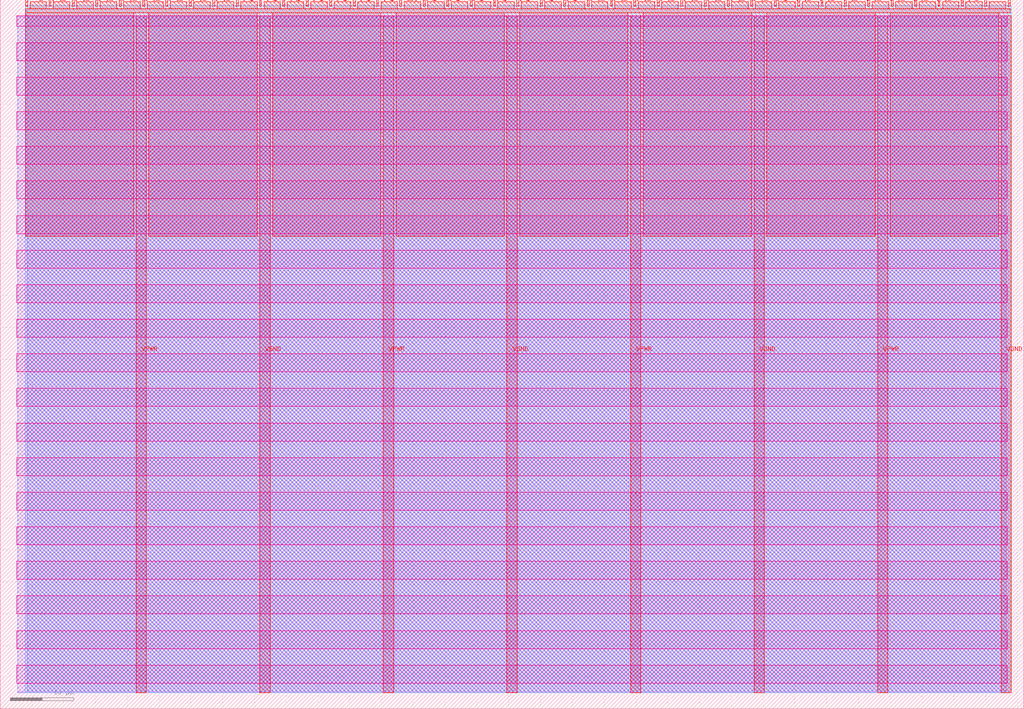
<source format=lef>
VERSION 5.7 ;
  NOWIREEXTENSIONATPIN ON ;
  DIVIDERCHAR "/" ;
  BUSBITCHARS "[]" ;
MACRO tt_um_7seg_animated
  CLASS BLOCK ;
  FOREIGN tt_um_7seg_animated ;
  ORIGIN 0.000 0.000 ;
  SIZE 161.000 BY 111.520 ;
  PIN VGND
    DIRECTION INOUT ;
    USE GROUND ;
    PORT
      LAYER met4 ;
        RECT 40.830 2.480 42.430 109.040 ;
    END
    PORT
      LAYER met4 ;
        RECT 79.700 2.480 81.300 109.040 ;
    END
    PORT
      LAYER met4 ;
        RECT 118.570 2.480 120.170 109.040 ;
    END
    PORT
      LAYER met4 ;
        RECT 157.440 2.480 159.040 109.040 ;
    END
  END VGND
  PIN VPWR
    DIRECTION INOUT ;
    USE POWER ;
    PORT
      LAYER met4 ;
        RECT 21.395 2.480 22.995 109.040 ;
    END
    PORT
      LAYER met4 ;
        RECT 60.265 2.480 61.865 109.040 ;
    END
    PORT
      LAYER met4 ;
        RECT 99.135 2.480 100.735 109.040 ;
    END
    PORT
      LAYER met4 ;
        RECT 138.005 2.480 139.605 109.040 ;
    END
  END VPWR
  PIN clk
    DIRECTION INPUT ;
    USE SIGNAL ;
    ANTENNAGATEAREA 0.852000 ;
    PORT
      LAYER met4 ;
        RECT 154.870 110.520 155.170 111.520 ;
    END
  END clk
  PIN ena
    DIRECTION INPUT ;
    USE SIGNAL ;
    ANTENNAGATEAREA 0.159000 ;
    PORT
      LAYER met4 ;
        RECT 158.550 110.520 158.850 111.520 ;
    END
  END ena
  PIN rst_n
    DIRECTION INPUT ;
    USE SIGNAL ;
    ANTENNAGATEAREA 0.196500 ;
    PORT
      LAYER met4 ;
        RECT 151.190 110.520 151.490 111.520 ;
    END
  END rst_n
  PIN ui_in[0]
    DIRECTION INPUT ;
    USE SIGNAL ;
    ANTENNAGATEAREA 0.196500 ;
    PORT
      LAYER met4 ;
        RECT 147.510 110.520 147.810 111.520 ;
    END
  END ui_in[0]
  PIN ui_in[1]
    DIRECTION INPUT ;
    USE SIGNAL ;
    ANTENNAGATEAREA 0.196500 ;
    PORT
      LAYER met4 ;
        RECT 143.830 110.520 144.130 111.520 ;
    END
  END ui_in[1]
  PIN ui_in[2]
    DIRECTION INPUT ;
    USE SIGNAL ;
    ANTENNAGATEAREA 0.196500 ;
    PORT
      LAYER met4 ;
        RECT 140.150 110.520 140.450 111.520 ;
    END
  END ui_in[2]
  PIN ui_in[3]
    DIRECTION INPUT ;
    USE SIGNAL ;
    ANTENNAGATEAREA 0.196500 ;
    PORT
      LAYER met4 ;
        RECT 136.470 110.520 136.770 111.520 ;
    END
  END ui_in[3]
  PIN ui_in[4]
    DIRECTION INPUT ;
    USE SIGNAL ;
    ANTENNAGATEAREA 0.196500 ;
    PORT
      LAYER met4 ;
        RECT 132.790 110.520 133.090 111.520 ;
    END
  END ui_in[4]
  PIN ui_in[5]
    DIRECTION INPUT ;
    USE SIGNAL ;
    ANTENNAGATEAREA 0.196500 ;
    PORT
      LAYER met4 ;
        RECT 129.110 110.520 129.410 111.520 ;
    END
  END ui_in[5]
  PIN ui_in[6]
    DIRECTION INPUT ;
    USE SIGNAL ;
    ANTENNAGATEAREA 0.196500 ;
    PORT
      LAYER met4 ;
        RECT 125.430 110.520 125.730 111.520 ;
    END
  END ui_in[6]
  PIN ui_in[7]
    DIRECTION INPUT ;
    USE SIGNAL ;
    ANTENNAGATEAREA 0.196500 ;
    PORT
      LAYER met4 ;
        RECT 121.750 110.520 122.050 111.520 ;
    END
  END ui_in[7]
  PIN uio_in[0]
    DIRECTION INPUT ;
    USE SIGNAL ;
    ANTENNAGATEAREA 0.196500 ;
    PORT
      LAYER met4 ;
        RECT 118.070 110.520 118.370 111.520 ;
    END
  END uio_in[0]
  PIN uio_in[1]
    DIRECTION INPUT ;
    USE SIGNAL ;
    ANTENNAGATEAREA 0.196500 ;
    PORT
      LAYER met4 ;
        RECT 114.390 110.520 114.690 111.520 ;
    END
  END uio_in[1]
  PIN uio_in[2]
    DIRECTION INPUT ;
    USE SIGNAL ;
    ANTENNAGATEAREA 0.196500 ;
    PORT
      LAYER met4 ;
        RECT 110.710 110.520 111.010 111.520 ;
    END
  END uio_in[2]
  PIN uio_in[3]
    DIRECTION INPUT ;
    USE SIGNAL ;
    ANTENNAGATEAREA 0.196500 ;
    PORT
      LAYER met4 ;
        RECT 107.030 110.520 107.330 111.520 ;
    END
  END uio_in[3]
  PIN uio_in[4]
    DIRECTION INPUT ;
    USE SIGNAL ;
    ANTENNAGATEAREA 0.196500 ;
    PORT
      LAYER met4 ;
        RECT 103.350 110.520 103.650 111.520 ;
    END
  END uio_in[4]
  PIN uio_in[5]
    DIRECTION INPUT ;
    USE SIGNAL ;
    ANTENNAGATEAREA 0.196500 ;
    PORT
      LAYER met4 ;
        RECT 99.670 110.520 99.970 111.520 ;
    END
  END uio_in[5]
  PIN uio_in[6]
    DIRECTION INPUT ;
    USE SIGNAL ;
    ANTENNAGATEAREA 0.196500 ;
    PORT
      LAYER met4 ;
        RECT 95.990 110.520 96.290 111.520 ;
    END
  END uio_in[6]
  PIN uio_in[7]
    DIRECTION INPUT ;
    USE SIGNAL ;
    ANTENNAGATEAREA 0.196500 ;
    PORT
      LAYER met4 ;
        RECT 92.310 110.520 92.610 111.520 ;
    END
  END uio_in[7]
  PIN uio_oe[0]
    DIRECTION OUTPUT TRISTATE ;
    USE SIGNAL ;
    PORT
      LAYER met4 ;
        RECT 29.750 110.520 30.050 111.520 ;
    END
  END uio_oe[0]
  PIN uio_oe[1]
    DIRECTION OUTPUT TRISTATE ;
    USE SIGNAL ;
    PORT
      LAYER met4 ;
        RECT 26.070 110.520 26.370 111.520 ;
    END
  END uio_oe[1]
  PIN uio_oe[2]
    DIRECTION OUTPUT TRISTATE ;
    USE SIGNAL ;
    PORT
      LAYER met4 ;
        RECT 22.390 110.520 22.690 111.520 ;
    END
  END uio_oe[2]
  PIN uio_oe[3]
    DIRECTION OUTPUT TRISTATE ;
    USE SIGNAL ;
    PORT
      LAYER met4 ;
        RECT 18.710 110.520 19.010 111.520 ;
    END
  END uio_oe[3]
  PIN uio_oe[4]
    DIRECTION OUTPUT TRISTATE ;
    USE SIGNAL ;
    PORT
      LAYER met4 ;
        RECT 15.030 110.520 15.330 111.520 ;
    END
  END uio_oe[4]
  PIN uio_oe[5]
    DIRECTION OUTPUT TRISTATE ;
    USE SIGNAL ;
    PORT
      LAYER met4 ;
        RECT 11.350 110.520 11.650 111.520 ;
    END
  END uio_oe[5]
  PIN uio_oe[6]
    DIRECTION OUTPUT TRISTATE ;
    USE SIGNAL ;
    PORT
      LAYER met4 ;
        RECT 7.670 110.520 7.970 111.520 ;
    END
  END uio_oe[6]
  PIN uio_oe[7]
    DIRECTION OUTPUT TRISTATE ;
    USE SIGNAL ;
    PORT
      LAYER met4 ;
        RECT 3.990 110.520 4.290 111.520 ;
    END
  END uio_oe[7]
  PIN uio_out[0]
    DIRECTION OUTPUT TRISTATE ;
    USE SIGNAL ;
    PORT
      LAYER met4 ;
        RECT 59.190 110.520 59.490 111.520 ;
    END
  END uio_out[0]
  PIN uio_out[1]
    DIRECTION OUTPUT TRISTATE ;
    USE SIGNAL ;
    PORT
      LAYER met4 ;
        RECT 55.510 110.520 55.810 111.520 ;
    END
  END uio_out[1]
  PIN uio_out[2]
    DIRECTION OUTPUT TRISTATE ;
    USE SIGNAL ;
    PORT
      LAYER met4 ;
        RECT 51.830 110.520 52.130 111.520 ;
    END
  END uio_out[2]
  PIN uio_out[3]
    DIRECTION OUTPUT TRISTATE ;
    USE SIGNAL ;
    PORT
      LAYER met4 ;
        RECT 48.150 110.520 48.450 111.520 ;
    END
  END uio_out[3]
  PIN uio_out[4]
    DIRECTION OUTPUT TRISTATE ;
    USE SIGNAL ;
    PORT
      LAYER met4 ;
        RECT 44.470 110.520 44.770 111.520 ;
    END
  END uio_out[4]
  PIN uio_out[5]
    DIRECTION OUTPUT TRISTATE ;
    USE SIGNAL ;
    PORT
      LAYER met4 ;
        RECT 40.790 110.520 41.090 111.520 ;
    END
  END uio_out[5]
  PIN uio_out[6]
    DIRECTION OUTPUT TRISTATE ;
    USE SIGNAL ;
    PORT
      LAYER met4 ;
        RECT 37.110 110.520 37.410 111.520 ;
    END
  END uio_out[6]
  PIN uio_out[7]
    DIRECTION OUTPUT TRISTATE ;
    USE SIGNAL ;
    PORT
      LAYER met4 ;
        RECT 33.430 110.520 33.730 111.520 ;
    END
  END uio_out[7]
  PIN uo_out[0]
    DIRECTION OUTPUT TRISTATE ;
    USE SIGNAL ;
    ANTENNADIFFAREA 0.445500 ;
    PORT
      LAYER met4 ;
        RECT 88.630 110.520 88.930 111.520 ;
    END
  END uo_out[0]
  PIN uo_out[1]
    DIRECTION OUTPUT TRISTATE ;
    USE SIGNAL ;
    ANTENNADIFFAREA 0.445500 ;
    PORT
      LAYER met4 ;
        RECT 84.950 110.520 85.250 111.520 ;
    END
  END uo_out[1]
  PIN uo_out[2]
    DIRECTION OUTPUT TRISTATE ;
    USE SIGNAL ;
    ANTENNADIFFAREA 0.445500 ;
    PORT
      LAYER met4 ;
        RECT 81.270 110.520 81.570 111.520 ;
    END
  END uo_out[2]
  PIN uo_out[3]
    DIRECTION OUTPUT TRISTATE ;
    USE SIGNAL ;
    ANTENNADIFFAREA 0.445500 ;
    PORT
      LAYER met4 ;
        RECT 77.590 110.520 77.890 111.520 ;
    END
  END uo_out[3]
  PIN uo_out[4]
    DIRECTION OUTPUT TRISTATE ;
    USE SIGNAL ;
    ANTENNADIFFAREA 0.445500 ;
    PORT
      LAYER met4 ;
        RECT 73.910 110.520 74.210 111.520 ;
    END
  END uo_out[4]
  PIN uo_out[5]
    DIRECTION OUTPUT TRISTATE ;
    USE SIGNAL ;
    ANTENNADIFFAREA 0.445500 ;
    PORT
      LAYER met4 ;
        RECT 70.230 110.520 70.530 111.520 ;
    END
  END uo_out[5]
  PIN uo_out[6]
    DIRECTION OUTPUT TRISTATE ;
    USE SIGNAL ;
    ANTENNADIFFAREA 0.445500 ;
    PORT
      LAYER met4 ;
        RECT 66.550 110.520 66.850 111.520 ;
    END
  END uo_out[6]
  PIN uo_out[7]
    DIRECTION OUTPUT TRISTATE ;
    USE SIGNAL ;
    ANTENNADIFFAREA 0.891000 ;
    PORT
      LAYER met4 ;
        RECT 62.870 110.520 63.170 111.520 ;
    END
  END uo_out[7]
  OBS
      LAYER nwell ;
        RECT 2.570 107.385 158.430 108.990 ;
        RECT 2.570 101.945 158.430 104.775 ;
        RECT 2.570 96.505 158.430 99.335 ;
        RECT 2.570 91.065 158.430 93.895 ;
        RECT 2.570 85.625 158.430 88.455 ;
        RECT 2.570 80.185 158.430 83.015 ;
        RECT 2.570 74.745 158.430 77.575 ;
        RECT 2.570 69.305 158.430 72.135 ;
        RECT 2.570 63.865 158.430 66.695 ;
        RECT 2.570 58.425 158.430 61.255 ;
        RECT 2.570 52.985 158.430 55.815 ;
        RECT 2.570 47.545 158.430 50.375 ;
        RECT 2.570 42.105 158.430 44.935 ;
        RECT 2.570 36.665 158.430 39.495 ;
        RECT 2.570 31.225 158.430 34.055 ;
        RECT 2.570 25.785 158.430 28.615 ;
        RECT 2.570 20.345 158.430 23.175 ;
        RECT 2.570 14.905 158.430 17.735 ;
        RECT 2.570 9.465 158.430 12.295 ;
        RECT 2.570 4.025 158.430 6.855 ;
      LAYER li1 ;
        RECT 2.760 2.635 158.240 108.885 ;
      LAYER met1 ;
        RECT 2.760 2.480 159.040 109.040 ;
      LAYER met2 ;
        RECT 4.230 2.535 159.010 110.685 ;
      LAYER met3 ;
        RECT 3.950 2.555 159.030 110.665 ;
      LAYER met4 ;
        RECT 4.690 110.120 7.270 111.170 ;
        RECT 8.370 110.120 10.950 111.170 ;
        RECT 12.050 110.120 14.630 111.170 ;
        RECT 15.730 110.120 18.310 111.170 ;
        RECT 19.410 110.120 21.990 111.170 ;
        RECT 23.090 110.120 25.670 111.170 ;
        RECT 26.770 110.120 29.350 111.170 ;
        RECT 30.450 110.120 33.030 111.170 ;
        RECT 34.130 110.120 36.710 111.170 ;
        RECT 37.810 110.120 40.390 111.170 ;
        RECT 41.490 110.120 44.070 111.170 ;
        RECT 45.170 110.120 47.750 111.170 ;
        RECT 48.850 110.120 51.430 111.170 ;
        RECT 52.530 110.120 55.110 111.170 ;
        RECT 56.210 110.120 58.790 111.170 ;
        RECT 59.890 110.120 62.470 111.170 ;
        RECT 63.570 110.120 66.150 111.170 ;
        RECT 67.250 110.120 69.830 111.170 ;
        RECT 70.930 110.120 73.510 111.170 ;
        RECT 74.610 110.120 77.190 111.170 ;
        RECT 78.290 110.120 80.870 111.170 ;
        RECT 81.970 110.120 84.550 111.170 ;
        RECT 85.650 110.120 88.230 111.170 ;
        RECT 89.330 110.120 91.910 111.170 ;
        RECT 93.010 110.120 95.590 111.170 ;
        RECT 96.690 110.120 99.270 111.170 ;
        RECT 100.370 110.120 102.950 111.170 ;
        RECT 104.050 110.120 106.630 111.170 ;
        RECT 107.730 110.120 110.310 111.170 ;
        RECT 111.410 110.120 113.990 111.170 ;
        RECT 115.090 110.120 117.670 111.170 ;
        RECT 118.770 110.120 121.350 111.170 ;
        RECT 122.450 110.120 125.030 111.170 ;
        RECT 126.130 110.120 128.710 111.170 ;
        RECT 129.810 110.120 132.390 111.170 ;
        RECT 133.490 110.120 136.070 111.170 ;
        RECT 137.170 110.120 139.750 111.170 ;
        RECT 140.850 110.120 143.430 111.170 ;
        RECT 144.530 110.120 147.110 111.170 ;
        RECT 148.210 110.120 150.790 111.170 ;
        RECT 151.890 110.120 154.470 111.170 ;
        RECT 155.570 110.120 158.150 111.170 ;
        RECT 3.975 109.440 158.865 110.120 ;
        RECT 3.975 74.295 20.995 109.440 ;
        RECT 23.395 74.295 40.430 109.440 ;
        RECT 42.830 74.295 59.865 109.440 ;
        RECT 62.265 74.295 79.300 109.440 ;
        RECT 81.700 74.295 98.735 109.440 ;
        RECT 101.135 74.295 118.170 109.440 ;
        RECT 120.570 74.295 137.605 109.440 ;
        RECT 140.005 74.295 157.040 109.440 ;
  END
END tt_um_7seg_animated
END LIBRARY


</source>
